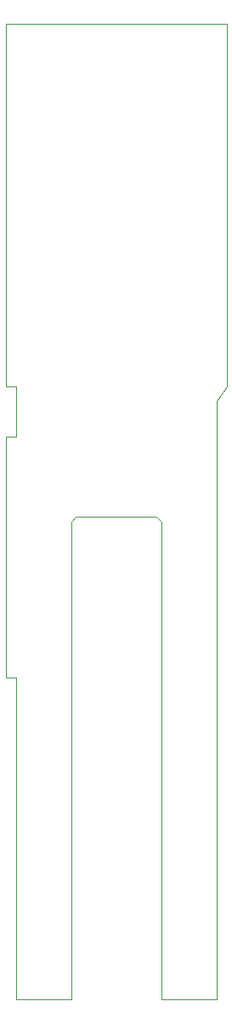
<source format=gbr>
G04 #@! TF.GenerationSoftware,KiCad,Pcbnew,5.1.2-f72e74a~84~ubuntu18.04.1*
G04 #@! TF.CreationDate,2019-08-30T12:47:12+08:00*
G04 #@! TF.ProjectId,handyfan,68616e64-7966-4616-9e2e-6b696361645f,rev?*
G04 #@! TF.SameCoordinates,Original*
G04 #@! TF.FileFunction,Profile,NP*
%FSLAX46Y46*%
G04 Gerber Fmt 4.6, Leading zero omitted, Abs format (unit mm)*
G04 Created by KiCad (PCBNEW 5.1.2-f72e74a~84~ubuntu18.04.1) date 2019-08-30 12:47:12*
%MOMM*%
%LPD*%
G04 APERTURE LIST*
%ADD10C,0.050000*%
G04 APERTURE END LIST*
D10*
X110000000Y-99500000D02*
X110000000Y-158000000D01*
X110000000Y-98500000D02*
X110000000Y-99500000D01*
X111000000Y-97000000D02*
X110000000Y-98500000D01*
X90000000Y-97000000D02*
X90000000Y-102000000D01*
X90000000Y-126000000D02*
X90000000Y-158000000D01*
X89000000Y-126000000D02*
X90000000Y-126000000D01*
X89000000Y-102000000D02*
X89000000Y-126000000D01*
X90000000Y-102000000D02*
X89000000Y-102000000D01*
X104500000Y-158000000D02*
X104500000Y-110500000D01*
X105000000Y-158000000D02*
X104500000Y-158000000D01*
X104000000Y-110000000D02*
X104500000Y-110500000D01*
X96000000Y-110000000D02*
X104000000Y-110000000D01*
X95500000Y-110500000D02*
X96000000Y-110000000D01*
X95500000Y-158000000D02*
X95500000Y-110500000D01*
X89000000Y-97000000D02*
X90000000Y-97000000D01*
X89000000Y-61000000D02*
X89000000Y-97000000D01*
X90000000Y-61000000D02*
X89000000Y-61000000D01*
X111000000Y-61000000D02*
X110000000Y-61000000D01*
X111000000Y-97000000D02*
X111000000Y-61000000D01*
X96000000Y-110000000D02*
X104000000Y-110000000D01*
X95500000Y-158000000D02*
X95000000Y-158000000D01*
X90000000Y-61000000D02*
X110000000Y-61000000D01*
X107000000Y-158000000D02*
X110000000Y-158000000D01*
X90000000Y-158000000D02*
X95000000Y-158000000D01*
X105000000Y-158000000D02*
X107000000Y-158000000D01*
M02*

</source>
